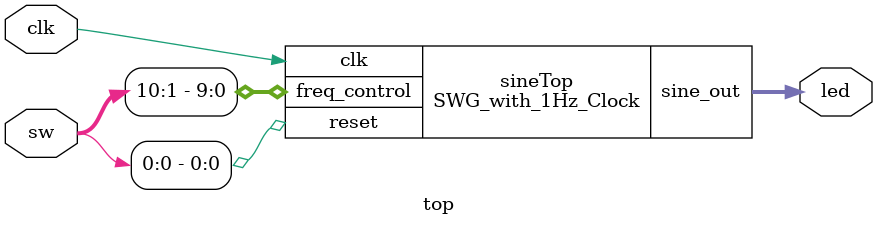
<source format=v>
`timescale 1ns / 1ps

module SWG_with_1Hz_Clock #(
    parameter PHASE_WIDTH = 10,
    parameter DATA_WIDTH = 8
)(
    input wire clk,                  
    input wire reset,               
    input wire [PHASE_WIDTH-1:0] freq_control,
    output reg [DATA_WIDTH-1:0] sine_out    
);

    // 1 Hz Clock Divider
    reg [25:0] count = 0;
    reg clk_1hz = 0;

    always @(posedge clk or posedge reset) begin
        if (reset) begin
            count <= 0;
            clk_1hz <= 0;
        end else begin
            if (count == 50000000) begin
                clk_1hz <= ~clk_1hz;
                count <= 0;
            end else begin
                count <= count + 1;
            end
        end
    end

    // Phase accumulator and sine LUT
    reg [PHASE_WIDTH-1:0] phase_acc = 0;
    reg [DATA_WIDTH-1:0] sine_lut [0:(1<<PHASE_WIDTH)-1];

    integer i;
    initial begin
        for (i = 0; i < (1<<PHASE_WIDTH); i = i + 1) begin
            sine_lut[i] = $rtoi((2**(DATA_WIDTH-1)-1) * 
                        (1 + $sin(2 * 3.14159265359 * i / (1<<PHASE_WIDTH))));
        end
    end

    always @(posedge clk_1hz or posedge reset) begin
        if (reset) begin
            phase_acc <= 0;
        end else begin
            phase_acc <= phase_acc + freq_control;
        end
    end

    always @(posedge clk_1hz) begin
        sine_out <= sine_lut[phase_acc];
    end

endmodule

module top(input clk,
            input [10:0]sw,
            output [7:0]led
            );
      
SWG_with_1Hz_Clock sineTop(.clk(clk), .reset(sw[0]),
            .freq_control(sw[10:1]), .sine_out(led));      
endmodule
</source>
